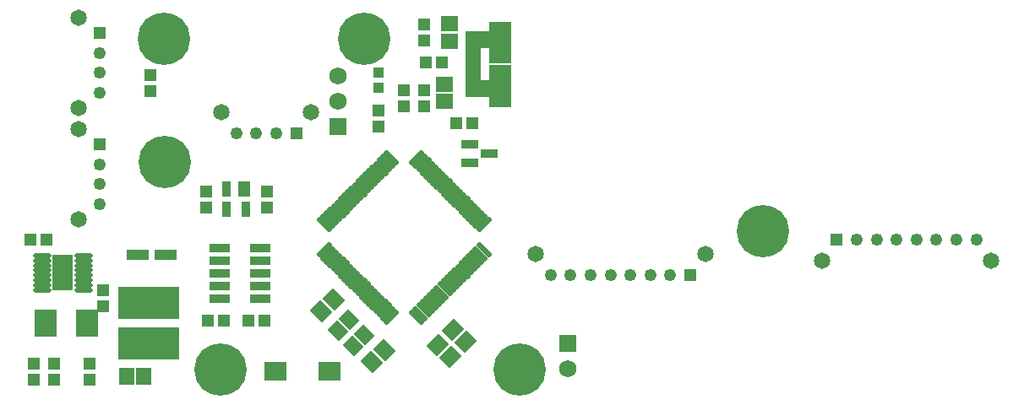
<source format=gts>
%FSDAX24Y24*%
%MOIN*%
%SFA1B1*%

%IPPOS*%
%AMD69*
4,1,4,-0.027100,-0.011800,-0.011800,-0.027100,0.027100,0.011800,0.011800,0.027100,-0.027100,-0.011800,0.0*
1,1,0.021700,-0.019400,-0.019400*
1,1,0.021700,0.019400,0.019400*
%
%AMD70*
4,1,4,-0.011800,0.027100,-0.027100,0.011800,0.011800,-0.027100,0.027100,-0.011800,-0.011800,0.027100,0.0*
1,1,0.021700,-0.019400,0.019400*
1,1,0.021700,0.019400,-0.019400*
%
%AMD85*
4,1,4,0.042400,-0.003500,-0.003500,0.042400,-0.042400,0.003500,0.003500,-0.042400,0.042400,-0.003500,0.0*
%
%AMD86*
4,1,4,0.045200,-0.003500,-0.003500,0.045200,-0.045200,0.003500,0.003500,-0.045200,0.045200,-0.003500,0.0*
%
%AMD87*
4,1,4,0.003500,0.045200,-0.045200,-0.003500,-0.003500,-0.045200,0.045200,0.003500,0.003500,0.045200,0.0*
%
%ADD68R,0.059100X0.068900*%
G04~CAMADD=69~3~0.0~0.0~217.0~768.0~0.0~0.0~0~0.0~0.0~0.0~0.0~0~0.0~0.0~0.0~0.0~0~0.0~0.0~0.0~135.0~606.0~606.0*
%ADD69D69*%
G04~CAMADD=70~3~0.0~0.0~217.0~768.0~0.0~0.0~0~0.0~0.0~0.0~0.0~0~0.0~0.0~0.0~0.0~0~0.0~0.0~0.0~45.0~606.0~606.0*
%ADD70D70*%
%ADD71R,0.068900X0.059100*%
%ADD72R,0.049200X0.049200*%
%ADD73R,0.049200X0.049200*%
%ADD74R,0.087000X0.105700*%
%ADD75R,0.087000X0.058500*%
%ADD76R,0.094900X0.070300*%
%ADD77R,0.064200X0.027600*%
%ADD78R,0.084600X0.037400*%
%ADD79R,0.065000X0.033500*%
%ADD80R,0.041300X0.041300*%
%ADD81R,0.047200X0.049200*%
%ADD82R,0.051200X0.063000*%
%ADD83R,0.035400X0.063000*%
%ADD84R,0.088600X0.072800*%
G04~CAMADD=85~9~0.0~0.0~650.0~551.0~0.0~0.0~0~0.0~0.0~0.0~0.0~0~0.0~0.0~0.0~0.0~0~0.0~0.0~0.0~315.0~848.0~847.0*
%ADD85D85*%
G04~CAMADD=86~9~0.0~0.0~689.0~591.0~0.0~0.0~0~0.0~0.0~0.0~0.0~0~0.0~0.0~0.0~0.0~0~0.0~0.0~0.0~315.0~904.0~903.0*
%ADD86D86*%
G04~CAMADD=87~9~0.0~0.0~689.0~591.0~0.0~0.0~0~0.0~0.0~0.0~0.0~0~0.0~0.0~0.0~0.0~0~0.0~0.0~0.0~45.0~904.0~903.0*
%ADD87D87*%
%ADD88R,0.088600X0.108300*%
%ADD89O,0.072800X0.021700*%
%ADD90R,0.084600X0.139800*%
%ADD91R,0.242100X0.126000*%
%ADD92R,0.088600X0.041300*%
%ADD93R,0.068900X0.068900*%
%ADD94C,0.068900*%
%ADD95C,0.065000*%
%ADD96C,0.049200*%
%ADD97C,0.206700*%
%LNpcb2-1*%
%LPD*%
G54D68*
X023950Y034200D03*
X023261D03*
G54D69*
X031072Y039186D03*
X031211Y039046D03*
X031350Y038907D03*
X031489Y038768D03*
X031628Y038629D03*
X031767Y038490D03*
X031907Y038350D03*
X032046Y038211D03*
X032185Y038072D03*
X032324Y037933D03*
X032463Y037794D03*
X032603Y037654D03*
X032742Y037515D03*
X032881Y037376D03*
X033020Y037237D03*
X033159Y037098D03*
X033299Y036958D03*
X033438Y036819D03*
X033577Y036680D03*
X033716Y036541D03*
X037363Y040188D03*
X037224Y040327D03*
X037085Y040466D03*
X036946Y040605D03*
X036806Y040745D03*
X036667Y040884D03*
X036528Y041023D03*
X036389Y041162D03*
X036250Y041301D03*
X036110Y041440D03*
X035971Y041580D03*
X035832Y041719D03*
X035693Y041858D03*
X035554Y041997D03*
X035414Y042136D03*
X035275Y042276D03*
X035136Y042415D03*
X034997Y042554D03*
X034858Y042693D03*
X034718Y042832D03*
G54D70*
X034718Y036541D03*
X034858Y036680D03*
X034997Y036819D03*
X035136Y036958D03*
X035275Y037098D03*
X035414Y037237D03*
X035554Y037376D03*
X035693Y037515D03*
X035832Y037654D03*
X035971Y037794D03*
X036110Y037933D03*
X036250Y038072D03*
X036389Y038211D03*
X036528Y038350D03*
X036667Y038490D03*
X036806Y038629D03*
X036946Y038768D03*
X037085Y038907D03*
X037224Y039046D03*
X037363Y039186D03*
X033716Y042832D03*
X033577Y042693D03*
X033438Y042554D03*
X033299Y042415D03*
X033159Y042276D03*
X033020Y042136D03*
X032881Y041997D03*
X032742Y041858D03*
X032603Y041719D03*
X032463Y041580D03*
X032324Y041440D03*
X032185Y041301D03*
X032046Y041162D03*
X031907Y041023D03*
X031767Y040884D03*
X031628Y040745D03*
X031489Y040605D03*
X031350Y040466D03*
X031211Y040327D03*
X031072Y040188D03*
G54D71*
X035800Y045750D03*
Y045061D03*
X036000Y047450D03*
Y048139D03*
G54D72*
X035000Y045515D03*
Y044885D03*
X034200Y045515D03*
Y044885D03*
X033200Y044085D03*
Y044715D03*
X035000Y047485D03*
Y048115D03*
X021800Y034085D03*
Y034715D03*
X020400D03*
Y034085D03*
X024200Y046115D03*
Y045485D03*
X022200Y043362D03*
Y047762D03*
G54D73*
X035085Y046600D03*
X035715D03*
X036915Y044200D03*
X036285D03*
X026485Y036400D03*
X027115D03*
X028085D03*
X028715D03*
X019485Y039600D03*
X020115D03*
X045512Y038200D03*
X051288Y039600D03*
X029962Y043800D03*
G54D74*
X038000Y045381D03*
Y047676D03*
G54D75*
X038000Y046200D03*
Y046861D03*
G54D76*
X037094Y045558D03*
Y047499D03*
G54D77*
X036953Y046019D03*
Y046275D03*
Y046531D03*
Y046787D03*
Y047043D03*
G54D78*
X026954Y039254D03*
Y038754D03*
Y038255D03*
Y037755D03*
Y037256D03*
X028549Y039254D03*
Y038754D03*
Y038255D03*
Y037755D03*
Y037256D03*
G54D79*
X036826Y043374D03*
Y042626D03*
X037574Y043000D03*
G54D80*
X033200Y045600D03*
Y046191D03*
G54D81*
X026400Y040885D03*
Y041515D03*
X028800Y040885D03*
Y041515D03*
X019600Y034715D03*
Y034085D03*
X022357Y036974D03*
Y037604D03*
G54D82*
X027899Y041604D03*
G54D83*
X027222Y041604D03*
Y040796D03*
X027978D03*
G54D84*
X029137Y034400D03*
X031263D03*
G54D85*
X032045Y036445D03*
X032658Y035833D03*
X032212Y035388D03*
X031600Y036000D03*
G54D86*
X033447Y035247D03*
X032960Y034760D03*
X030953Y036753D03*
X031440Y037240D03*
G54D87*
X035553Y035447D03*
X036040Y034960D03*
X036153Y036047D03*
X036640Y035560D03*
G54D88*
X021702Y036293D03*
X020088D03*
G54D89*
X021564Y037600D03*
Y037797D03*
Y037994D03*
Y038191D03*
Y038388D03*
Y038585D03*
Y038781D03*
Y038978D03*
X019950Y037600D03*
Y037797D03*
Y037994D03*
Y038191D03*
Y038388D03*
Y038585D03*
Y038781D03*
Y038978D03*
G54D90*
X020757Y038289D03*
G54D91*
X024157Y035492D03*
Y037087D03*
G54D92*
X024800Y039000D03*
X023698D03*
G54D93*
X040669Y035512D03*
X031614Y044055D03*
G54D94*
X040669Y034512D03*
X031614Y045055D03*
Y046055D03*
G54D95*
X021373Y040409D03*
Y043953D03*
X046102Y039027D03*
X039409D03*
X050698Y038773D03*
X057391D03*
X021373Y044809D03*
Y048353D03*
X027009Y044627D03*
X030553D03*
G54D96*
X022200Y041000D03*
Y041787D03*
Y042575D03*
X042362Y038200D03*
X041575D03*
X040787D03*
X040000D03*
X043150D03*
X043937D03*
X044724D03*
X054438Y039600D03*
X055225D03*
X056013D03*
X056800D03*
X053650D03*
X052863D03*
X052076D03*
X022200Y045400D03*
Y046187D03*
Y046975D03*
X027600Y043800D03*
X028387D03*
X029175D03*
G54D97*
X024765Y042653D03*
X026970Y034483D03*
X038781D03*
X048378Y039946D03*
X032630Y047519D03*
X024755D03*
M02*
</source>
